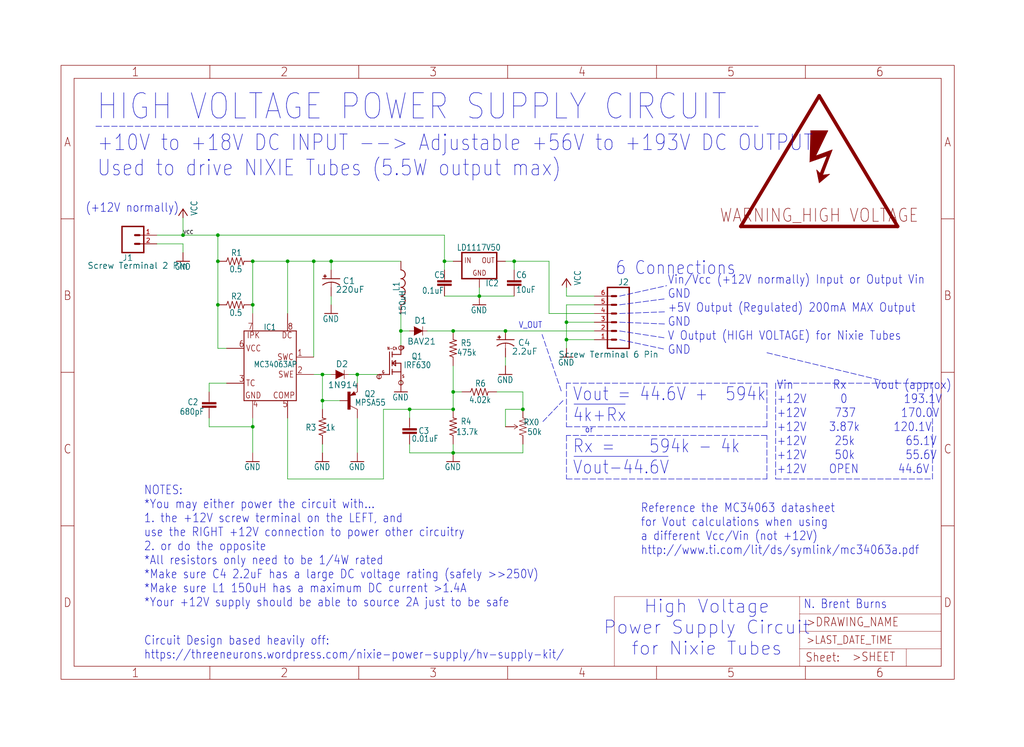
<source format=kicad_sch>
(kicad_sch (version 20211123) (generator eeschema)
  (paper "User" 298.45 217.881)
  (lib_symbols
    (symbol "Nixie_v1_HV_Supply-eagle-import:1000UF-RADIAL-5MM-25V-20%"
      (property "Reference" "C" (at 1.016 0.635 0))
      (property "Value" "1000UF-RADIAL-5MM-25V-20%" (at 1.016 -4.191 0))
      (symbol "1000UF-RADIAL-5MM-25V-20%_1_0"
        (rectangle (start -2.253 0.668) (end -1.364 0.795) (fill (type outline)))
        (rectangle (start -1.872 0.287) (end -1.745 1.176) (fill (type outline)))
        (arc (start 0 -1.0161) (mid -1.3021 -1.2302) (end -2.4669 -1.8504) (stroke (width 0.254)))
        (polyline (pts (xy -2.54 0) (xy 2.54 0)) (stroke (width 0.254)))
        (polyline (pts (xy 0 -1.016) (xy 0 -2.54)) (stroke (width 0.1524)))
        (arc (start 2.4892 -1.8542) (mid 1.3158 -1.2195) (end 0 -1) (stroke (width 0.254)))
        (pin passive line (at 0 2.54 270) (length 2.54) (name "+") (number "+"))
        (pin passive line (at 0 -5.08 90) (length 2.54) (name "-") (number "-"))
      )
    )
    (symbol "Nixie_v1_HV_Supply-eagle-import:100UF-POLAR-RADIAL-2.5MM-25V-20%"
      (property "Reference" "C" (at 1.016 0.635 0))
      (property "Value" "100UF-POLAR-RADIAL-2.5MM-25V-20%" (at 1.016 -4.191 0))
      (symbol "100UF-POLAR-RADIAL-2.5MM-25V-20%_1_0"
        (rectangle (start -2.253 0.668) (end -1.364 0.795) (fill (type outline)))
        (rectangle (start -1.872 0.287) (end -1.745 1.176) (fill (type outline)))
        (arc (start 0 -1.0161) (mid -1.3021 -1.2302) (end -2.4669 -1.8504) (stroke (width 0.254)))
        (polyline (pts (xy -2.54 0) (xy 2.54 0)) (stroke (width 0.254)))
        (polyline (pts (xy 0 -1.016) (xy 0 -2.54)) (stroke (width 0.1524)))
        (arc (start 2.4892 -1.8542) (mid 1.3158 -1.2195) (end 0 -1) (stroke (width 0.254)))
        (pin passive line (at 0 2.54 270) (length 2.54) (name "+") (number "1"))
        (pin passive line (at 0 -5.08 90) (length 2.54) (name "-") (number "2"))
      )
    )
    (symbol "Nixie_v1_HV_Supply-eagle-import:A4L-LOC"
      (symbol "A4L-LOC_1_0"
        (polyline (pts (xy 0 44.7675) (xy 3.81 44.7675)))
        (polyline (pts (xy 0 89.535) (xy 3.81 89.535)))
        (polyline (pts (xy 0 134.3025) (xy 3.81 134.3025)))
        (polyline (pts (xy 3.81 3.81) (xy 3.81 175.26)))
        (polyline (pts (xy 43.3917 0) (xy 43.3917 3.81)))
        (polyline (pts (xy 43.3917 175.26) (xy 43.3917 179.07)))
        (polyline (pts (xy 86.7833 0) (xy 86.7833 3.81)))
        (polyline (pts (xy 86.7833 175.26) (xy 86.7833 179.07)))
        (polyline (pts (xy 130.175 0) (xy 130.175 3.81)))
        (polyline (pts (xy 130.175 175.26) (xy 130.175 179.07)))
        (polyline (pts (xy 161.29 3.81) (xy 161.29 24.13)) (stroke (width 0.1016)))
        (polyline (pts (xy 161.29 24.13) (xy 215.265 24.13)) (stroke (width 0.1016)))
        (polyline (pts (xy 173.5667 0) (xy 173.5667 3.81)))
        (polyline (pts (xy 173.5667 175.26) (xy 173.5667 179.07)))
        (polyline (pts (xy 215.265 8.89) (xy 215.265 3.81)) (stroke (width 0.1016)))
        (polyline (pts (xy 215.265 8.89) (xy 215.265 13.97)) (stroke (width 0.1016)))
        (polyline (pts (xy 215.265 13.97) (xy 215.265 19.05)) (stroke (width 0.1016)))
        (polyline (pts (xy 215.265 13.97) (xy 256.54 13.97)) (stroke (width 0.1016)))
        (polyline (pts (xy 215.265 19.05) (xy 215.265 24.13)) (stroke (width 0.1016)))
        (polyline (pts (xy 215.265 19.05) (xy 256.54 19.05)) (stroke (width 0.1016)))
        (polyline (pts (xy 215.265 24.13) (xy 256.54 24.13)) (stroke (width 0.1016)))
        (polyline (pts (xy 216.9583 0) (xy 216.9583 3.81)))
        (polyline (pts (xy 216.9583 175.26) (xy 216.9583 179.07)))
        (polyline (pts (xy 246.38 3.81) (xy 246.38 8.89)) (stroke (width 0.1016)))
        (polyline (pts (xy 246.38 8.89) (xy 215.265 8.89)) (stroke (width 0.1016)))
        (polyline (pts (xy 246.38 8.89) (xy 256.54 8.89)) (stroke (width 0.1016)))
        (polyline (pts (xy 256.54 3.81) (xy 3.81 3.81)))
        (polyline (pts (xy 256.54 3.81) (xy 256.54 8.89)) (stroke (width 0.1016)))
        (polyline (pts (xy 256.54 3.81) (xy 256.54 175.26)))
        (polyline (pts (xy 256.54 8.89) (xy 256.54 13.97)) (stroke (width 0.1016)))
        (polyline (pts (xy 256.54 13.97) (xy 256.54 19.05)) (stroke (width 0.1016)))
        (polyline (pts (xy 256.54 19.05) (xy 256.54 24.13)) (stroke (width 0.1016)))
        (polyline (pts (xy 256.54 44.7675) (xy 260.35 44.7675)))
        (polyline (pts (xy 256.54 89.535) (xy 260.35 89.535)))
        (polyline (pts (xy 256.54 134.3025) (xy 260.35 134.3025)))
        (polyline (pts (xy 256.54 175.26) (xy 3.81 175.26)))
        (polyline (pts (xy 0 0) (xy 260.35 0) (xy 260.35 179.07) (xy 0 179.07) (xy 0 0)))
        (text "1" (at 21.6958 1.905 0) (effects (font (size 2.54 2.286))))
        (text "1" (at 21.6958 177.165 0) (effects (font (size 2.54 2.286))))
        (text "2" (at 65.0875 1.905 0) (effects (font (size 2.54 2.286))))
        (text "2" (at 65.0875 177.165 0) (effects (font (size 2.54 2.286))))
        (text "3" (at 108.4792 1.905 0) (effects (font (size 2.54 2.286))))
        (text "3" (at 108.4792 177.165 0) (effects (font (size 2.54 2.286))))
        (text "4" (at 151.8708 1.905 0) (effects (font (size 2.54 2.286))))
        (text "4" (at 151.8708 177.165 0) (effects (font (size 2.54 2.286))))
        (text "5" (at 195.2625 1.905 0) (effects (font (size 2.54 2.286))))
        (text "5" (at 195.2625 177.165 0) (effects (font (size 2.54 2.286))))
        (text "6" (at 238.6542 1.905 0) (effects (font (size 2.54 2.286))))
        (text "6" (at 238.6542 177.165 0) (effects (font (size 2.54 2.286))))
        (text ">DRAWING_NAME" (at 217.17 15.24 0) (effects (font (size 2.54 2.159)) (justify left bottom)))
        (text ">LAST_DATE_TIME" (at 217.17 10.16 0) (effects (font (size 2.286 1.9431)) (justify left bottom)))
        (text ">SHEET" (at 230.505 5.08 0) (effects (font (size 2.54 2.159)) (justify left bottom)))
        (text "A" (at 1.905 156.6863 0) (effects (font (size 2.54 2.286))))
        (text "A" (at 258.445 156.6863 0) (effects (font (size 2.54 2.286))))
        (text "B" (at 1.905 111.9188 0) (effects (font (size 2.54 2.286))))
        (text "B" (at 258.445 111.9188 0) (effects (font (size 2.54 2.286))))
        (text "C" (at 1.905 67.1513 0) (effects (font (size 2.54 2.286))))
        (text "C" (at 258.445 67.1513 0) (effects (font (size 2.54 2.286))))
        (text "D" (at 1.905 22.3838 0) (effects (font (size 2.54 2.286))))
        (text "D" (at 258.445 22.3838 0) (effects (font (size 2.54 2.286))))
        (text "Sheet:" (at 216.916 4.953 0) (effects (font (size 2.54 2.159)) (justify left bottom)))
      )
    )
    (symbol "Nixie_v1_HV_Supply-eagle-import:C2.5{slash}2"
      (property "Reference" "C" (at 1.524 0.381 0))
      (property "Value" "C2.5{slash}2" (at 1.524 -4.699 0))
      (symbol "C2.5{slash}2_1_0"
        (rectangle (start -2.032 -2.032) (end 2.032 -1.524) (fill (type outline)))
        (rectangle (start -2.032 -1.016) (end 2.032 -0.508) (fill (type outline)))
        (polyline (pts (xy 0 -2.54) (xy 0 -2.032)) (stroke (width 0.1524)))
        (polyline (pts (xy 0 0) (xy 0 -0.508)) (stroke (width 0.1524)))
        (pin passive line (at 0 2.54 270) (length 2.54) (name "1") (number "1"))
        (pin passive line (at 0 -5.08 90) (length 2.54) (name "2") (number "2"))
      )
    )
    (symbol "Nixie_v1_HV_Supply-eagle-import:CONNECTOR_2PINSCREW_TERMINAL_5MMPITCH_1X2"
      (property "Value" "CONNECTOR_2PINSCREW_TERMINAL_5MMPITCH_1X2" (at -2.54 -4.826 0))
      (symbol "CONNECTOR_2PINSCREW_TERMINAL_5MMPITCH_1X2_1_0"
        (polyline (pts (xy -2.54 5.08) (xy -2.54 -2.54)) (stroke (width 0.4064)))
        (polyline (pts (xy -2.54 5.08) (xy 3.81 5.08)) (stroke (width 0.4064)))
        (polyline (pts (xy 1.27 0) (xy 2.54 0)) (stroke (width 0.6096)))
        (polyline (pts (xy 1.27 2.54) (xy 2.54 2.54)) (stroke (width 0.6096)))
        (polyline (pts (xy 3.81 -2.54) (xy -2.54 -2.54)) (stroke (width 0.4064)))
        (polyline (pts (xy 3.81 -2.54) (xy 3.81 5.08)) (stroke (width 0.4064)))
        (pin passive line (at 7.62 0 180) (length 5.08) (name "1") (number "1"))
        (pin passive line (at 7.62 2.54 180) (length 5.08) (name "2") (number "2"))
      )
    )
    (symbol "Nixie_v1_HV_Supply-eagle-import:CONNECTOR_6PINSCREW_TERMINAL_5MM_PITCH"
      (property "Value" "CONNECTOR_6PINSCREW_TERMINAL_5MM_PITCH" (at -5.08 -9.906 0))
      (symbol "CONNECTOR_6PINSCREW_TERMINAL_5MM_PITCH_1_0"
        (polyline (pts (xy -5.08 10.16) (xy -5.08 -7.62)) (stroke (width 0.4064)))
        (polyline (pts (xy -5.08 10.16) (xy 1.27 10.16)) (stroke (width 0.4064)))
        (polyline (pts (xy -1.27 -5.08) (xy 0 -5.08)) (stroke (width 0.6096)))
        (polyline (pts (xy -1.27 -2.54) (xy 0 -2.54)) (stroke (width 0.6096)))
        (polyline (pts (xy -1.27 0) (xy 0 0)) (stroke (width 0.6096)))
        (polyline (pts (xy -1.27 2.54) (xy 0 2.54)) (stroke (width 0.6096)))
        (polyline (pts (xy -1.27 5.08) (xy 0 5.08)) (stroke (width 0.6096)))
        (polyline (pts (xy -1.27 7.62) (xy 0 7.62)) (stroke (width 0.6096)))
        (polyline (pts (xy 1.27 -7.62) (xy -5.08 -7.62)) (stroke (width 0.4064)))
        (polyline (pts (xy 1.27 -7.62) (xy 1.27 10.16)) (stroke (width 0.4064)))
        (pin passive line (at 5.08 -5.08 180) (length 5.08) (name "1") (number "1"))
        (pin passive line (at 5.08 -2.54 180) (length 5.08) (name "2") (number "2"))
        (pin passive line (at 5.08 0 180) (length 5.08) (name "3") (number "3"))
        (pin passive line (at 5.08 2.54 180) (length 5.08) (name "4") (number "4"))
        (pin passive line (at 5.08 5.08 180) (length 5.08) (name "5") (number "5"))
        (pin passive line (at 5.08 7.62 180) (length 5.08) (name "6") (number "6"))
      )
    )
    (symbol "Nixie_v1_HV_Supply-eagle-import:DIODE-1N4148"
      (property "Reference" "D" (at -2.54 2.032 0))
      (property "Value" "DIODE-1N4148" (at -2.54 -2.032 0))
      (symbol "DIODE-1N4148_1_0"
        (polyline (pts (xy -2.54 0) (xy -1.27 0)) (stroke (width 0.1524)))
        (polyline (pts (xy 1.27 0) (xy 1.27 -1.27)) (stroke (width 0.1524)))
        (polyline (pts (xy 1.27 1.27) (xy 1.27 0)) (stroke (width 0.1524)))
        (polyline (pts (xy 2.54 0) (xy 1.27 0)) (stroke (width 0.1524)))
        (polyline (pts (xy -1.27 1.27) (xy 1.27 0) (xy -1.27 -1.27)) (fill (type outline)))
        (pin passive line (at -2.54 0 0) (length 0) (name "A") (number "A"))
        (pin passive line (at 2.54 0 180) (length 0) (name "C") (number "C"))
      )
    )
    (symbol "Nixie_v1_HV_Supply-eagle-import:GND" (power)
      (property "Value" "GND" (at -2.54 -2.54 0))
      (symbol "GND_1_0"
        (polyline (pts (xy -1.905 0) (xy 1.905 0)) (stroke (width 0.254)))
        (pin power_in line (at 0 2.54 270) (length 2.54) (name "GND") (number "1"))
      )
    )
    (symbol "Nixie_v1_HV_Supply-eagle-import:INDUCTOR_150UH_6100-151K-RC"
      (property "Value" "INDUCTOR_150UH_6100-151K-RC" (at 3.81 -5.08 90))
      (symbol "INDUCTOR_150UH_6100-151K-RC_1_0"
        (arc (start 0 -5.08) (mid 0.898 -4.708) (end 1.27 -3.81) (stroke (width 0.254)))
        (arc (start 0 -2.54) (mid 0.898 -2.168) (end 1.27 -1.27) (stroke (width 0.254)))
        (arc (start 0 0) (mid 0.898 0.372) (end 1.27 1.27) (stroke (width 0.254)))
        (arc (start 0 2.54) (mid 0.898 2.912) (end 1.27 3.81) (stroke (width 0.254)))
        (arc (start 1.27 -3.81) (mid 0.898 -2.912) (end 0 -2.54) (stroke (width 0.254)))
        (arc (start 1.27 -1.27) (mid 0.898 -0.372) (end 0 0) (stroke (width 0.254)))
        (arc (start 1.27 1.27) (mid 0.898 2.168) (end 0 2.54) (stroke (width 0.254)))
        (arc (start 1.27 3.81) (mid 0.898 4.708) (end 0 5.08) (stroke (width 0.254)))
        (pin passive line (at 0 7.62 270) (length 2.54) (name "1") (number "1"))
        (pin passive line (at 0 -7.62 90) (length 2.54) (name "2") (number "2"))
      )
    )
    (symbol "Nixie_v1_HV_Supply-eagle-import:IRF630"
      (property "Value" "IRF630" (at 5.08 -2.54 0))
      (symbol "IRF630_1_0"
        (polyline (pts (xy -0.762 -3.302) (xy -3.81 -3.302)) (stroke (width 0.254)))
        (polyline (pts (xy -0.762 3.302) (xy -0.762 -3.302)) (stroke (width 0.254)))
        (polyline (pts (xy 0 -2.54) (xy 0 -3.302)) (stroke (width 0.254)))
        (polyline (pts (xy 0 -2.54) (xy 2.54 -2.54)) (stroke (width 0.254)))
        (polyline (pts (xy 0 -1.778) (xy 0 -2.54)) (stroke (width 0.254)))
        (polyline (pts (xy 0 0) (xy 0 -0.762)) (stroke (width 0.254)))
        (polyline (pts (xy 0 0) (xy 1.016 -0.762)) (stroke (width 0.254)))
        (polyline (pts (xy 0 0) (xy 1.016 0.762)) (stroke (width 0.254)))
        (polyline (pts (xy 0 0) (xy 2.54 0)) (stroke (width 0.254)))
        (polyline (pts (xy 0 0.762) (xy 0 0)) (stroke (width 0.254)))
        (polyline (pts (xy 0 2.54) (xy 0 1.778)) (stroke (width 0.254)))
        (polyline (pts (xy 0 2.54) (xy 2.54 2.54)) (stroke (width 0.254)))
        (polyline (pts (xy 0 3.302) (xy 0 2.54)) (stroke (width 0.254)))
        (polyline (pts (xy 1.016 0.762) (xy 1.016 -0.762)) (stroke (width 0.254)))
        (polyline (pts (xy 2.54 -2.54) (xy 2.54 -5.08)) (stroke (width 0.254)))
        (polyline (pts (xy 2.54 -2.54) (xy 2.54 0)) (stroke (width 0.254)))
        (polyline (pts (xy 2.54 2.54) (xy 2.54 5.08)) (stroke (width 0.254)))
        (text "D" (at 2.794 4.064 0) (effects (font (size 0.8128 0.6908)) (justify left bottom)))
        (text "G" (at -3.048 -3.048 0) (effects (font (size 0.8128 0.6908)) (justify left bottom)))
        (text "N-Ch" (at -1.524 3.81 0) (effects (font (size 0.8128 0.6908)) (justify left bottom)))
        (text "S" (at 2.794 -4.318 0) (effects (font (size 0.8128 0.6908)) (justify left bottom)))
        (pin bidirectional inverted (at -3.81 -3.302 90) (length 0) (name "GATE") (number "1"))
        (pin bidirectional inverted (at 2.54 5.08 90) (length 0) (name "DRAIN") (number "2"))
        (pin bidirectional inverted (at 2.54 -5.08 90) (length 0) (name "SOURCE") (number "3"))
      )
    )
    (symbol "Nixie_v1_HV_Supply-eagle-import:MC34063AP"
      (property "Value" "MC34063AP" (at -7.366 -1.016 0))
      (symbol "MC34063AP_1_0"
        (polyline (pts (xy -7.62 -10.16) (xy -7.62 10.16)) (stroke (width 0.254)))
        (polyline (pts (xy -7.62 10.16) (xy 7.62 10.16)) (stroke (width 0.254)))
        (polyline (pts (xy 7.62 -10.16) (xy -7.62 -10.16)) (stroke (width 0.254)))
        (polyline (pts (xy 7.62 10.16) (xy 7.62 -10.16)) (stroke (width 0.254)))
        (text "1" (at 7.874 2.794 0) (effects (font (size 1.778 1.5113)) (justify left bottom)))
        (text "2" (at 7.874 -2.286 0) (effects (font (size 1.778 1.5113)) (justify left bottom)))
        (text "3" (at -9.144 -4.826 0) (effects (font (size 1.778 1.5113)) (justify left bottom)))
        (text "4" (at -5.08 -12.192 0) (effects (font (size 1.778 1.5113)) (justify left bottom)))
        (text "5" (at 3.556 -12.192 0) (effects (font (size 1.778 1.5113)) (justify left bottom)))
        (text "6" (at -9.144 5.334 0) (effects (font (size 1.778 1.5113)) (justify left bottom)))
        (text "7" (at -6.604 10.414 0) (effects (font (size 1.778 1.5113)) (justify left bottom)))
        (text "8" (at 5.08 10.414 0) (effects (font (size 1.778 1.5113)) (justify left bottom)))
        (text "COMP" (at 0.762 -9.652 0) (effects (font (size 1.778 1.5113)) (justify left bottom)))
        (text "DC" (at 3.302 7.874 0) (effects (font (size 1.778 1.5113)) (justify left bottom)))
        (text "GND" (at -7.366 -9.652 0) (effects (font (size 1.778 1.5113)) (justify left bottom)))
        (text "IPK" (at -6.858 7.874 0) (effects (font (size 1.778 1.5113)) (justify left bottom)))
        (text "SWC" (at 2.032 1.524 0) (effects (font (size 1.778 1.5113)) (justify left bottom)))
        (text "SWE" (at 2.286 -3.556 0) (effects (font (size 1.778 1.5113)) (justify left bottom)))
        (text "TC" (at -7.112 -6.096 0) (effects (font (size 1.778 1.5113)) (justify left bottom)))
        (text "VCC" (at -7.112 4.064 0) (effects (font (size 1.778 1.5113)) (justify left bottom)))
        (pin input line (at 12.7 2.54 180) (length 5.08) (name "SWC") (number "1"))
        (pin input line (at 12.7 -2.54 180) (length 5.08) (name "SWE") (number "2"))
        (pin input line (at -12.7 -5.08 0) (length 5.08) (name "TC") (number "3"))
        (pin power_in line (at -5.08 -15.24 90) (length 5.08) (name "GND") (number "4"))
        (pin input line (at 5.08 -15.24 90) (length 5.08) (name "COMP") (number "5"))
        (pin power_in line (at -12.7 5.08 0) (length 5.08) (name "VCC") (number "6"))
        (pin bidirectional line (at -5.08 15.24 270) (length 5.08) (name "IPK") (number "7"))
        (pin input line (at 5.08 15.24 270) (length 5.08) (name "DC") (number "8"))
      )
    )
    (symbol "Nixie_v1_HV_Supply-eagle-import:MPSA55"
      (property "Value" "MPSA55" (at -10.16 5.08 0))
      (symbol "MPSA55_1_0"
        (rectangle (start -0.254 -2.54) (end 0.508 2.54) (fill (type outline)))
        (polyline (pts (xy 0.516 1.478) (xy 2.086 1.678)) (stroke (width 0.1524)))
        (polyline (pts (xy 0.762 1.651) (xy 1.778 1.778)) (stroke (width 0.254)))
        (polyline (pts (xy 1.143 1.905) (xy 1.524 1.905)) (stroke (width 0.254)))
        (polyline (pts (xy 1.524 2.159) (xy 1.143 1.905)) (stroke (width 0.254)))
        (polyline (pts (xy 1.524 2.413) (xy 0.762 1.651)) (stroke (width 0.254)))
        (polyline (pts (xy 1.578 2.594) (xy 0.516 1.478)) (stroke (width 0.1524)))
        (polyline (pts (xy 1.778 1.778) (xy 1.524 2.159)) (stroke (width 0.254)))
        (polyline (pts (xy 1.905 1.778) (xy 1.524 2.413)) (stroke (width 0.254)))
        (polyline (pts (xy 2.086 1.678) (xy 1.578 2.594)) (stroke (width 0.1524)))
        (polyline (pts (xy 2.54 -2.54) (xy 0.508 -1.524)) (stroke (width 0.1524)))
        (polyline (pts (xy 2.54 2.54) (xy 1.808 2.124)) (stroke (width 0.1524)))
        (pin passive line (at 2.54 5.08 270) (length 2.54) (name "E") (number "1"))
        (pin passive line (at -2.54 0 0) (length 2.54) (name "B") (number "2"))
        (pin passive line (at 2.54 -5.08 90) (length 2.54) (name "C") (number "3"))
      )
    )
    (symbol "Nixie_v1_HV_Supply-eagle-import:R-US_0204{slash}7"
      (property "Reference" "R" (at -3.81 1.4986 0))
      (property "Value" "R-US_0204{slash}7" (at -3.81 -3.302 0))
      (symbol "R-US_0204{slash}7_1_0"
        (polyline (pts (xy -2.54 0) (xy -2.159 1.016)) (stroke (width 0.2032)))
        (polyline (pts (xy -2.159 1.016) (xy -1.524 -1.016)) (stroke (width 0.2032)))
        (polyline (pts (xy -1.524 -1.016) (xy -0.889 1.016)) (stroke (width 0.2032)))
        (polyline (pts (xy -0.889 1.016) (xy -0.254 -1.016)) (stroke (width 0.2032)))
        (polyline (pts (xy -0.254 -1.016) (xy 0.381 1.016)) (stroke (width 0.2032)))
        (polyline (pts (xy 0.381 1.016) (xy 1.016 -1.016)) (stroke (width 0.2032)))
        (polyline (pts (xy 1.016 -1.016) (xy 1.651 1.016)) (stroke (width 0.2032)))
        (polyline (pts (xy 1.651 1.016) (xy 2.286 -1.016)) (stroke (width 0.2032)))
        (polyline (pts (xy 2.286 -1.016) (xy 2.54 0)) (stroke (width 0.2032)))
        (pin passive line (at -5.08 0 0) (length 2.54) (name "1") (number "1"))
        (pin passive line (at 5.08 0 180) (length 2.54) (name "2") (number "2"))
      )
    )
    (symbol "Nixie_v1_HV_Supply-eagle-import:SYMBOL_HIGH_VOLTAGE"
      (symbol "SYMBOL_HIGH_VOLTAGE_1_0"
        (polyline (pts (xy -22.86 -12.7) (xy 0 25.4)) (stroke (width 1.016)))
        (polyline (pts (xy -22.86 -12.7) (xy 22.86 -12.7)) (stroke (width 1.016)))
        (polyline (pts (xy 0 25.4) (xy 22.86 -12.7)) (stroke (width 1.016)))
        (polyline (pts (xy -2.54 15.24) (xy 2.54 15.24) (xy -1.016 7.874) (xy 3.81 9.652) (xy 1.016 2.286) (xy 3.048 2.54) (xy 0 0) (xy -0.762 3.81) (xy 0.254 2.794) (xy 2.286 7.874) (xy -2.794 6.096)) (fill (type outline)))
        (text "WARNING_HIGH VOLTAGE" (at 0 -11.684 0) (effects (font (size 3.81 3.2385)) (justify bottom)))
      )
    )
    (symbol "Nixie_v1_HV_Supply-eagle-import:TRIMPOT"
      (property "Value" "TRIMPOT" (at -3.81 -3.302 0))
      (symbol "TRIMPOT_1_0"
        (polyline (pts (xy -2.54 0) (xy -2.159 1.016)) (stroke (width 0.1524)))
        (polyline (pts (xy -2.159 1.016) (xy -1.524 -1.016)) (stroke (width 0.1524)))
        (polyline (pts (xy -1.524 -1.016) (xy -0.889 1.016)) (stroke (width 0.1524)))
        (polyline (pts (xy -0.889 1.016) (xy -0.254 -1.016)) (stroke (width 0.1524)))
        (polyline (pts (xy -0.635 2.54) (xy 0 1.524)) (stroke (width 0.1524)))
        (polyline (pts (xy -0.254 -1.016) (xy 0.381 1.016)) (stroke (width 0.1524)))
        (polyline (pts (xy 0 1.524) (xy 0.635 2.54)) (stroke (width 0.1524)))
        (polyline (pts (xy 0 2.54) (xy 0 1.524)) (stroke (width 0.1524)))
        (polyline (pts (xy 0.381 1.016) (xy 1.016 -1.016)) (stroke (width 0.1524)))
        (polyline (pts (xy 1.016 -1.016) (xy 1.651 1.016)) (stroke (width 0.1524)))
        (polyline (pts (xy 1.651 1.016) (xy 2.286 -1.016)) (stroke (width 0.1524)))
        (polyline (pts (xy 2.286 -1.016) (xy 2.54 0)) (stroke (width 0.1524)))
        (pin passive line (at -5.08 0 0) (length 2.54) (name "CCW") (number "1"))
        (pin passive line (at 0 5.08 270) (length 2.54) (name "WIPER") (number "2"))
        (pin passive line (at 5.08 0 180) (length 2.54) (name "CW") (number "3"))
      )
    )
    (symbol "Nixie_v1_HV_Supply-eagle-import:VCC" (power)
      (property "Value" "VCC" (at -2.54 -2.54 90))
      (symbol "VCC_1_0"
        (polyline (pts (xy 0 0) (xy -1.27 -1.905)) (stroke (width 0.254)))
        (polyline (pts (xy 1.27 -1.905) (xy 0 0)) (stroke (width 0.254)))
        (pin power_in line (at 0 -2.54 90) (length 2.54) (name "VCC") (number "1"))
      )
    )
    (symbol "Nixie_v1_HV_Supply-eagle-import:V_REG_LD1117V50"
      (property "Value" "V_REG_LD1117V50" (at 2.54 -10.16 0))
      (symbol "V_REG_LD1117V50_1_0"
        (polyline (pts (xy -5.08 -5.08) (xy 5.08 -5.08)) (stroke (width 0.4064)))
        (polyline (pts (xy -5.08 2.54) (xy -5.08 -5.08)) (stroke (width 0.4064)))
        (polyline (pts (xy 5.08 -5.08) (xy 5.08 2.54)) (stroke (width 0.4064)))
        (polyline (pts (xy 5.08 2.54) (xy -5.08 2.54)) (stroke (width 0.4064)))
        (text "GND" (at -2.032 -4.318 0) (effects (font (size 1.524 1.2954)) (justify left bottom)))
        (text "IN" (at -4.445 -0.635 0) (effects (font (size 1.524 1.2954)) (justify left bottom)))
        (text "OUT" (at 0.635 -0.635 0) (effects (font (size 1.524 1.2954)) (justify left bottom)))
        (pin input line (at 0 -7.62 90) (length 2.54) (name "GND") (number "1"))
        (pin passive line (at 7.62 0 180) (length 2.54) (name "OUT") (number "2"))
        (pin input line (at -7.62 0 0) (length 2.54) (name "IN") (number "3"))
      )
    )
  )
  (junction (at 73.66 124.46))
  (junction (at 73.66 88.9))
  (junction (at 91.44 76.2))
  (junction (at 132.08 96.52))
  (junction (at 147.32 96.52))
  (junction (at 96.52 76.2))
  (junction (at 83.82 76.2))
  (junction (at 149.86 76.2))
  (junction (at 93.98 109.22))
  (junction (at 53.34 68.58))
  (junction (at 104.14 109.22))
  (junction (at 63.5 68.58))
  (junction (at 129.54 76.2))
  (junction (at 63.5 76.2))
  (junction (at 132.08 132.08))
  (junction (at 165.1 99.06))
  (junction (at 116.84 96.52))
  (junction (at 93.98 116.84))
  (junction (at 119.38 119.38))
  (junction (at 152.4 119.38))
  (junction (at 132.08 119.38))
  (junction (at 165.1 93.98))
  (junction (at 73.66 76.2))
  (junction (at 63.5 88.9))
  (junction (at 132.08 114.3))
  (junction (at 139.7 86.36))
  (polyline (pts (xy 226.06 139.7) (xy 271.78 139.7)))
  (wire (pts (xy 104.14 111.76) (xy 104.14 109.22)))
  (polyline (pts (xy 165.1 127) (xy 165.1 139.7)))
  (wire (pts (xy 116.84 111.76) (xy 116.84 110.998)))
  (polyline (pts (xy 271.78 111.76) (xy 226.06 111.76)))
  (polyline (pts (xy 223.52 124.46) (xy 223.52 111.76)))
  (wire (pts (xy 83.82 139.7) (xy 83.82 121.92)))
  (polyline (pts (xy 163.576 114.046) (xy 157.988 97.536)))
  (wire (pts (xy 129.54 76.2) (xy 132.08 76.2)))
  (wire (pts (xy 63.5 101.6) (xy 66.04 101.6)))
  (wire (pts (xy 134.62 114.3) (xy 132.08 114.3)))
  (wire (pts (xy 73.66 76.2) (xy 83.82 76.2)))
  (polyline (pts (xy 165.1 124.46) (xy 223.52 124.46)))
  (wire (pts (xy 83.82 76.2) (xy 91.44 76.2)))
  (wire (pts (xy 111.76 139.7) (xy 83.82 139.7)))
  (wire (pts (xy 152.4 129.54) (xy 152.4 132.08)))
  (polyline (pts (xy 180.594 88.9) (xy 194.056 87.122)))
  (wire (pts (xy 96.52 88.9) (xy 96.52 86.36)))
  (polyline (pts (xy 223.52 139.7) (xy 223.52 127)))
  (wire (pts (xy 119.38 132.08) (xy 132.08 132.08)))
  (wire (pts (xy 96.52 76.2) (xy 116.84 76.2)))
  (wire (pts (xy 132.08 129.54) (xy 132.08 132.08)))
  (wire (pts (xy 73.66 88.9) (xy 73.66 76.2)))
  (wire (pts (xy 149.86 76.2) (xy 160.02 76.2)))
  (wire (pts (xy 129.54 86.36) (xy 139.7 86.36)))
  (wire (pts (xy 132.08 114.3) (xy 132.08 106.68)))
  (polyline (pts (xy 271.78 139.7) (xy 271.78 111.76)))
  (wire (pts (xy 73.66 132.08) (xy 73.66 124.46)))
  (wire (pts (xy 73.66 124.46) (xy 73.66 121.92)))
  (wire (pts (xy 173.228 99.06) (xy 165.1 99.06)))
  (polyline (pts (xy 165.1 139.7) (xy 223.52 139.7)))
  (wire (pts (xy 93.98 116.84) (xy 93.98 109.22)))
  (wire (pts (xy 91.44 109.22) (xy 93.98 109.22)))
  (wire (pts (xy 119.38 121.92) (xy 119.38 119.38)))
  (wire (pts (xy 147.32 106.68) (xy 147.32 104.14)))
  (wire (pts (xy 73.66 91.44) (xy 73.66 88.9)))
  (wire (pts (xy 63.5 68.58) (xy 63.5 76.2)))
  (wire (pts (xy 91.44 76.2) (xy 96.52 76.2)))
  (wire (pts (xy 91.44 104.14) (xy 91.44 76.2)))
  (wire (pts (xy 129.54 68.58) (xy 129.54 76.2)))
  (wire (pts (xy 53.34 68.58) (xy 53.34 63.5)))
  (wire (pts (xy 119.38 96.52) (xy 116.84 96.52)))
  (wire (pts (xy 60.96 111.76) (xy 66.04 111.76)))
  (wire (pts (xy 83.82 76.2) (xy 83.82 91.44)))
  (wire (pts (xy 63.5 68.58) (xy 129.54 68.58)))
  (wire (pts (xy 173.228 86.36) (xy 165.1 86.36)))
  (wire (pts (xy 119.38 119.38) (xy 111.76 119.38)))
  (polyline (pts (xy 165.1 111.76) (xy 165.1 124.46)))
  (wire (pts (xy 53.34 71.12) (xy 53.34 73.66)))
  (wire (pts (xy 147.32 76.2) (xy 149.86 76.2)))
  (wire (pts (xy 173.228 88.9) (xy 165.1 88.9)))
  (wire (pts (xy 96.52 78.74) (xy 96.52 76.2)))
  (wire (pts (xy 116.84 96.52) (xy 116.84 100.838)))
  (polyline (pts (xy 180.594 99.06) (xy 193.802 101.854)))
  (wire (pts (xy 60.96 121.92) (xy 60.96 124.46)))
  (wire (pts (xy 101.6 109.22) (xy 104.14 109.22)))
  (polyline (pts (xy 223.52 111.76) (xy 165.1 111.76)))
  (wire (pts (xy 93.98 119.38) (xy 93.98 116.84)))
  (wire (pts (xy 93.98 109.22) (xy 96.52 109.22)))
  (polyline (pts (xy 180.594 96.52) (xy 193.802 98.552)))
  (wire (pts (xy 152.4 132.08) (xy 132.08 132.08)))
  (wire (pts (xy 104.14 109.22) (xy 110.49 109.22)))
  (wire (pts (xy 139.7 86.36) (xy 149.86 86.36)))
  (polyline (pts (xy 180.594 86.36) (xy 194.31 83.312)))
  (wire (pts (xy 144.78 114.3) (xy 152.4 114.3)))
  (wire (pts (xy 147.32 96.52) (xy 173.228 96.52)))
  (wire (pts (xy 149.86 76.2) (xy 149.86 78.74)))
  (wire (pts (xy 129.54 78.74) (xy 129.54 76.2)))
  (wire (pts (xy 63.5 88.9) (xy 63.5 101.6)))
  (wire (pts (xy 147.32 119.38) (xy 152.4 119.38)))
  (polyline (pts (xy 27.94 36.83) (xy 220.98 36.83)))
  (wire (pts (xy 132.08 119.38) (xy 132.08 114.3)))
  (wire (pts (xy 53.34 68.58) (xy 63.5 68.58)))
  (wire (pts (xy 45.72 71.12) (xy 53.34 71.12)))
  (wire (pts (xy 165.1 88.9) (xy 165.1 93.98)))
  (wire (pts (xy 60.96 124.46) (xy 73.66 124.46)))
  (wire (pts (xy 139.7 83.82) (xy 139.7 86.36)))
  (polyline (pts (xy 180.594 93.98) (xy 193.802 94.488)))
  (polyline (pts (xy 223.52 102.87) (xy 256.032 110.744)))
  (wire (pts (xy 147.32 124.46) (xy 147.32 119.38)))
  (wire (pts (xy 152.4 114.3) (xy 152.4 119.38)))
  (wire (pts (xy 124.46 96.52) (xy 132.08 96.52)))
  (wire (pts (xy 165.1 93.98) (xy 165.1 99.06)))
  (wire (pts (xy 63.5 76.2) (xy 63.5 88.9)))
  (polyline (pts (xy 180.594 91.44) (xy 194.056 90.932)))
  (polyline (pts (xy 158.242 122.936) (xy 164.084 116.84)))
  (wire (pts (xy 111.76 119.38) (xy 111.76 139.7)))
  (wire (pts (xy 104.14 132.08) (xy 104.14 121.92)))
  (wire (pts (xy 173.228 93.98) (xy 165.1 93.98)))
  (polyline (pts (xy 226.06 111.76) (xy 226.06 139.7)))
  (wire (pts (xy 165.1 86.36) (xy 165.1 83.82)))
  (polyline (pts (xy 223.52 127) (xy 165.1 127)))
  (wire (pts (xy 93.98 132.08) (xy 93.98 129.54)))
  (wire (pts (xy 116.84 96.52) (xy 116.84 91.44)))
  (wire (pts (xy 165.1 99.06) (xy 165.1 101.6)))
  (wire (pts (xy 160.02 76.2) (xy 160.02 91.44)))
  (wire (pts (xy 119.38 119.38) (xy 132.08 119.38)))
  (wire (pts (xy 60.96 114.3) (xy 60.96 111.76)))
  (wire (pts (xy 119.38 129.54) (xy 119.38 132.08)))
  (wire (pts (xy 45.72 68.58) (xy 53.34 68.58)))
  (wire (pts (xy 160.02 91.44) (xy 173.228 91.44)))
  (wire (pts (xy 99.06 116.84) (xy 93.98 116.84)))
  (wire (pts (xy 132.08 96.52) (xy 147.32 96.52)))
  (text "N. Brent Burns" (at 246.38 177.8 180) (effects (font (size 2.54 2.159)) (justify bottom)))
  (text "V_OUT" (at 151.13 96.012 180) (effects (font (size 1.778 1.5113)) (justify left bottom)))
  (text "Vin       Rx     Vout (approx)\n+12V      0          193.1V\n+12V     737        170.0V\n+12V    3.87k      120.1V\n+12V     25k         65.1V\n+12V     50k         55.6V\n+12V    OPEN       44.6V" (at 226.314 138.43 180) (effects (font (size 2.54 2.159)) (justify left bottom)))
  (text "High Voltage\nPower Supply Circuit\nfor Nixie Tubes" (at 205.994 191.516 180) (effects (font (size 3.81 3.81)) (justify bottom)))
  (text "Rx =    594k - 4k\n~{Vout-44.6V}" (at 166.878 138.684 180) (effects (font (size 3.81 3.2385)) (justify left bottom)))
  (text "Vout = 44.6V +  594k\n~{4k+Rx}" (at 166.878 123.444 180) (effects (font (size 3.81 3.2385)) (justify left bottom)))
  (text "HIGH VOLTAGE POWER SUPPLY CIRCUIT" (at 27.94 35.56 180) (effects (font (size 7.366 6.2611)) (justify left bottom)))
  (text "(+12V normally)" (at 24.892 62.23 180) (effects (font (size 2.54 2.159)) (justify left bottom)))
  (text "NOTES:\n*You may either power the circuit with...\n1. the +12V screw terminal on the LEFT, and\nuse the RIGHT +12V connection to power other circuitry\n2. or do the opposite\n*All resistors only need to be 1/4W rated\n*Make sure C4 2.2uF has a large DC voltage rating (safely >>250V)\n*Make sure L1 150uH has a maximum DC current >1.4A\n*Your +12V supply should be able to source 2A just to be safe" (at 41.91 177.292 180) (effects (font (size 2.54 2.159)) (justify left bottom)))
  (text "+10V to +18V DC INPUT --> Adjustable +56V to +193V DC OUTPUT\nUsed to drive NIXIE Tubes (5.5W output max)" (at 28.194 51.816 180) (effects (font (size 4.572 3.8862)) (justify left bottom)))
  (text "6 Connections" (at 179.324 80.518 180) (effects (font (size 3.81 3.2385)) (justify left bottom)))
  (text "Reference the MC34063 datasheet\nfor Vout calculations when using\na different Vcc/Vin (not +12V)\nhttp://www.ti.com/lit/ds/symlink/mc34063a.pdf" (at 186.69 162.052 180) (effects (font (size 2.54 2.159)) (justify left bottom)))
  (text "Circuit Design based heavily off:\nhttps://threeneurons.wordpress.com/nixie-power-supply/hv-supply-kit/" (at 41.91 192.532 180) (effects (font (size 2.54 2.159)) (justify left bottom)))
  (text "or" (at 170.434 126.492 180) (effects (font (size 1.778 1.5113)) (justify left bottom)))
  (text "Vin/Vcc (+12V normally) Input or Output Vin\nGND\n+5V Output (Regulated) 200mA MAX Output\nGND\nV Output (HIGH VOLTAGE) for Nixie Tubes\nGND" (at 194.564 103.632 180) (effects (font (size 2.54 2.159)) (justify left bottom)))
  (label "VCC" (at 53.34 68.58 0) (effects (font (size 1.016 1.016))))
  (symbol (lib_id "Nixie_v1_HV_Supply-eagle-import:A4L-LOC") (at 17.78 198.12 0) (unit 1)
    (property "Reference" "#FRAME3" (effects hide))
    (property "Value" "A4L-LOC" (effects hide))
    (property "Footprint" "Nixie_v1_HV_Supply:" (effects hide))
  )
  (symbol (lib_id "Nixie_v1_HV_Supply-eagle-import:DIODE-1N4148") (at 99.06 109.22 0) (unit 1)
    (property "Reference" "D2" (at 97.79 107.188 0) (effects (font (size 1.778 1.778)) (justify left bottom)))
    (property "Value" "1N914" (at 95.504 111.252 0) (effects (font (size 1.778 1.778)) (justify left top)))
    (property "Footprint" "Nixie_v1_HV_Supply:DIODE-1N4148" (effects hide))
  )
  (symbol (lib_id "Nixie_v1_HV_Supply-eagle-import:R-US_0204{slash}7") (at 139.7 114.3 0) (unit 1)
    (property "Reference" "R6" (at 138.43 112.8014 0) (effects (font (size 1.778 1.5113)) (justify left bottom)))
    (property "Value" "4.02k" (at 136.652 117.602 0) (effects (font (size 1.778 1.5113)) (justify left bottom)))
    (property "Footprint" "Nixie_v1_HV_Supply:0204_7" (effects hide))
  )
  (symbol (lib_id "Nixie_v1_HV_Supply-eagle-import:GND") (at 96.52 91.44 0) (unit 1)
    (property "Reference" "#GND8" (effects hide))
    (property "Value" "GND" (at 93.98 93.98 0) (effects (font (size 1.778 1.5113)) (justify left bottom)))
    (property "Footprint" "Nixie_v1_HV_Supply:" (effects hide))
  )
  (symbol (lib_id "Nixie_v1_HV_Supply-eagle-import:IRF630") (at 114.3 105.918 0) (unit 1)
    (property "Reference" "Q1" (at 119.888 104.902 0) (effects (font (size 1.778 1.5113)) (justify left bottom)))
    (property "Value" "IRF630" (at 117.602 107.442 0) (effects (font (size 1.778 1.5113)) (justify left bottom)))
    (property "Footprint" "Nixie_v1_HV_Supply:TO220V" (effects hide))
  )
  (symbol (lib_id "Nixie_v1_HV_Supply-eagle-import:C2.5{slash}2") (at 60.96 116.84 0) (unit 1)
    (property "Reference" "C2" (at 54.61 118.237 0) (effects (font (size 1.778 1.5113)) (justify left bottom)))
    (property "Value" "680pF" (at 52.324 121.031 0) (effects (font (size 1.778 1.5113)) (justify left bottom)))
    (property "Footprint" "Nixie_v1_HV_Supply:C2.5-2" (effects hide))
  )
  (symbol (lib_id "Nixie_v1_HV_Supply-eagle-import:GND") (at 165.1 104.14 0) (unit 1)
    (property "Reference" "#GND9" (effects hide))
    (property "Value" "GND" (at 162.56 106.68 0) (effects (font (size 1.778 1.5113)) (justify left bottom)))
    (property "Footprint" "Nixie_v1_HV_Supply:" (effects hide))
  )
  (symbol (lib_id "Nixie_v1_HV_Supply-eagle-import:MC34063AP") (at 78.74 106.68 0) (unit 1)
    (property "Reference" "IC1" (at 80.518 94.488 0) (effects (font (size 1.6764 1.4249)) (justify right top)))
    (property "Value" "MC34063AP" (at 73.914 107.188 0) (effects (font (size 1.6764 1.4249)) (justify left bottom)))
    (property "Footprint" "Nixie_v1_HV_Supply:DIP08" (effects hide))
  )
  (symbol (lib_id "Nixie_v1_HV_Supply-eagle-import:CONNECTOR_2PINSCREW_TERMINAL_5MMPITCH_1X2") (at 38.1 68.58 0) (mirror x) (unit 1)
    (property "Reference" "J1" (at 35.56 74.168 0) (effects (font (size 1.778 1.778)) (justify left bottom)))
    (property "Value" "Screw Terminal 2 Pin" (at 25.4 76.454 0) (effects (font (size 1.778 1.778)) (justify left bottom)))
    (property "Footprint" "Nixie_v1_HV_Supply:SCREW_TERM_5MM_1X2" (effects hide))
  )
  (symbol (lib_id "Nixie_v1_HV_Supply-eagle-import:SYMBOL_HIGH_VOLTAGE") (at 238.76 53.34 0) (unit 1)
    (property "Reference" "#U$10" (effects hide))
    (property "Value" "SYMBOL_HIGH_VOLTAGE" (effects hide))
    (property "Footprint" "Nixie_v1_HV_Supply:" (effects hide))
  )
  (symbol (lib_id "Nixie_v1_HV_Supply-eagle-import:GND") (at 93.98 134.62 0) (unit 1)
    (property "Reference" "#GND5" (effects hide))
    (property "Value" "GND" (at 91.44 137.16 0) (effects (font (size 1.778 1.5113)) (justify left bottom)))
    (property "Footprint" "Nixie_v1_HV_Supply:" (effects hide))
  )
  (symbol (lib_id "Nixie_v1_HV_Supply-eagle-import:DIODE-1N4148") (at 121.92 96.52 0) (unit 1)
    (property "Reference" "D1" (at 120.65 94.488 0) (effects (font (size 1.778 1.778)) (justify left bottom)))
    (property "Value" "BAV21" (at 118.618 98.552 0) (effects (font (size 1.778 1.778)) (justify left top)))
    (property "Footprint" "Nixie_v1_HV_Supply:DIODE-1N4148" (effects hide))
  )
  (symbol (lib_id "Nixie_v1_HV_Supply-eagle-import:GND") (at 139.7 88.9 0) (unit 1)
    (property "Reference" "#GND10" (effects hide))
    (property "Value" "GND" (at 137.16 91.44 0) (effects (font (size 1.778 1.5113)) (justify left bottom)))
    (property "Footprint" "Nixie_v1_HV_Supply:" (effects hide))
  )
  (symbol (lib_id "Nixie_v1_HV_Supply-eagle-import:R-US_0204{slash}7") (at 132.08 124.46 90) (unit 1)
    (property "Reference" "R4" (at 137.4394 121.92 90) (effects (font (size 1.778 1.5113)) (justify left bottom)))
    (property "Value" "13.7k" (at 139.446 124.968 90) (effects (font (size 1.778 1.5113)) (justify left bottom)))
    (property "Footprint" "Nixie_v1_HV_Supply:0204_7" (effects hide))
  )
  (symbol (lib_id "Nixie_v1_HV_Supply-eagle-import:GND") (at 53.34 76.2 0) (unit 1)
    (property "Reference" "#GND1" (effects hide))
    (property "Value" "GND" (at 50.8 78.74 0) (effects (font (size 1.778 1.5113)) (justify left bottom)))
    (property "Footprint" "Nixie_v1_HV_Supply:" (effects hide))
  )
  (symbol (lib_id "Nixie_v1_HV_Supply-eagle-import:GND") (at 132.08 134.62 0) (unit 1)
    (property "Reference" "#GND4" (effects hide))
    (property "Value" "GND" (at 129.54 137.16 0) (effects (font (size 1.778 1.5113)) (justify left bottom)))
    (property "Footprint" "Nixie_v1_HV_Supply:" (effects hide))
  )
  (symbol (lib_id "Nixie_v1_HV_Supply-eagle-import:R-US_0204{slash}7") (at 68.58 88.9 0) (unit 1)
    (property "Reference" "R2" (at 67.31 87.4014 0) (effects (font (size 1.778 1.5113)) (justify left bottom)))
    (property "Value" "0.5" (at 66.802 92.202 0) (effects (font (size 1.778 1.5113)) (justify left bottom)))
    (property "Footprint" "Nixie_v1_HV_Supply:0204_7" (effects hide))
  )
  (symbol (lib_id "Nixie_v1_HV_Supply-eagle-import:GND") (at 147.32 109.22 0) (unit 1)
    (property "Reference" "#GND3" (effects hide))
    (property "Value" "GND" (at 144.78 111.76 0) (effects (font (size 1.778 1.5113)) (justify left bottom)))
    (property "Footprint" "Nixie_v1_HV_Supply:" (effects hide))
  )
  (symbol (lib_id "Nixie_v1_HV_Supply-eagle-import:MPSA55") (at 101.6 116.84 0) (unit 1)
    (property "Reference" "Q2" (at 106.172 115.824 0) (effects (font (size 1.778 1.5113)) (justify left bottom)))
    (property "Value" "MPSA55" (at 103.378 118.364 0) (effects (font (size 1.778 1.5113)) (justify left bottom)))
    (property "Footprint" "Nixie_v1_HV_Supply:TO92-" (effects hide))
  )
  (symbol (lib_id "Nixie_v1_HV_Supply-eagle-import:GND") (at 73.66 134.62 0) (unit 1)
    (property "Reference" "#GND6" (effects hide))
    (property "Value" "GND" (at 71.12 137.16 0) (effects (font (size 1.778 1.5113)) (justify left bottom)))
    (property "Footprint" "Nixie_v1_HV_Supply:" (effects hide))
  )
  (symbol (lib_id "Nixie_v1_HV_Supply-eagle-import:C2.5{slash}2") (at 129.54 81.28 0) (unit 1)
    (property "Reference" "C5" (at 126.492 81.153 0) (effects (font (size 1.778 1.5113)) (justify left bottom)))
    (property "Value" "0.1uF" (at 122.936 85.725 0) (effects (font (size 1.778 1.5113)) (justify left bottom)))
    (property "Footprint" "Nixie_v1_HV_Supply:C2.5-2" (effects hide))
  )
  (symbol (lib_id "Nixie_v1_HV_Supply-eagle-import:R-US_0204{slash}7") (at 93.98 124.46 90) (unit 1)
    (property "Reference" "R3" (at 92.2274 123.698 90) (effects (font (size 1.778 1.5113)) (justify left bottom)))
    (property "Value" "1k" (at 97.79 123.698 90) (effects (font (size 1.778 1.5113)) (justify left bottom)))
    (property "Footprint" "Nixie_v1_HV_Supply:0204_7" (effects hide))
  )
  (symbol (lib_id "Nixie_v1_HV_Supply-eagle-import:VCC") (at 165.1 81.28 0) (unit 1)
    (property "Reference" "#VCC1" (effects hide))
    (property "Value" "VCC" (at 167.386 78.74 90) (effects (font (size 1.778 1.5113)) (justify right top)))
    (property "Footprint" "Nixie_v1_HV_Supply:" (effects hide))
  )
  (symbol (lib_id "Nixie_v1_HV_Supply-eagle-import:V_REG_LD1117V50") (at 139.7 76.2 0) (unit 1)
    (property "Reference" "IC2" (at 141.478 83.566 0) (effects (font (size 1.778 1.5113)) (justify left bottom)))
    (property "Value" "LD1117V50" (at 133.096 73.152 0) (effects (font (size 1.778 1.5113)) (justify left bottom)))
    (property "Footprint" "Nixie_v1_HV_Supply:TO220V" (effects hide))
  )
  (symbol (lib_id "Nixie_v1_HV_Supply-eagle-import:C2.5{slash}2") (at 149.86 81.28 0) (unit 1)
    (property "Reference" "C6" (at 150.368 81.153 0) (effects (font (size 1.778 1.5113)) (justify left bottom)))
    (property "Value" "10uF" (at 150.368 85.471 0) (effects (font (size 1.778 1.5113)) (justify left bottom)))
    (property "Footprint" "Nixie_v1_HV_Supply:C2.5-2" (effects hide))
  )
  (symbol (lib_id "Nixie_v1_HV_Supply-eagle-import:C2.5{slash}2") (at 119.38 124.46 0) (unit 1)
    (property "Reference" "C3" (at 121.92 126.619 0) (effects (font (size 1.778 1.5113)) (justify left bottom)))
    (property "Value" "0.01uF" (at 119.888 128.905 0) (effects (font (size 1.778 1.5113)) (justify left bottom)))
    (property "Footprint" "Nixie_v1_HV_Supply:C2.5-2" (effects hide))
  )
  (symbol (lib_id "Nixie_v1_HV_Supply-eagle-import:100UF-POLAR-RADIAL-2.5MM-25V-20%") (at 147.32 99.06 0) (unit 1)
    (property "Reference" "C4" (at 150.876 100.965 0) (effects (font (size 1.778 1.778)) (justify left bottom)))
    (property "Value" "2.2uF" (at 149.098 103.505 0) (effects (font (size 1.778 1.778)) (justify left bottom)))
    (property "Footprint" "Nixie_v1_HV_Supply:CPOL-RADIAL-2.5MM-6.5MM" (effects hide))
  )
  (symbol (lib_id "Nixie_v1_HV_Supply-eagle-import:INDUCTOR_150UH_6100-151K-RC") (at 116.84 83.82 0) (unit 1)
    (property "Reference" "L1" (at 114.554 82.042 90) (effects (font (size 1.778 1.5113)) (justify right top)))
    (property "Value" "150uH" (at 116.332 84.582 90) (effects (font (size 1.778 1.5113)) (justify right top)))
    (property "Footprint" "Nixie_v1_HV_Supply:INDUCTOR_11MM_DIAM_6MM_PITCH" (effects hide))
  )
  (symbol (lib_id "Nixie_v1_HV_Supply-eagle-import:VCC") (at 53.34 60.96 0) (unit 1)
    (property "Reference" "#VCC0" (effects hide))
    (property "Value" "VCC" (at 55.626 58.42 90) (effects (font (size 1.778 1.5113)) (justify right top)))
    (property "Footprint" "Nixie_v1_HV_Supply:" (effects hide))
  )
  (symbol (lib_id "Nixie_v1_HV_Supply-eagle-import:R-US_0204{slash}7") (at 68.58 76.2 0) (unit 1)
    (property "Reference" "R1" (at 67.31 74.7014 0) (effects (font (size 1.778 1.5113)) (justify left bottom)))
    (property "Value" "0.5" (at 66.802 79.502 0) (effects (font (size 1.778 1.5113)) (justify left bottom)))
    (property "Footprint" "Nixie_v1_HV_Supply:0204_7" (effects hide))
  )
  (symbol (lib_id "Nixie_v1_HV_Supply-eagle-import:TRIMPOT") (at 152.4 124.46 90) (unit 1)
    (property "Reference" "RX0" (at 157.226 122.174 90) (effects (font (size 1.778 1.5113)) (justify left bottom)))
    (property "Value" "50k" (at 157.988 124.968 90) (effects (font (size 1.778 1.5113)) (justify left bottom)))
    (property "Footprint" "Nixie_v1_HV_Supply:TRIM_POT_PTH" (effects hide))
  )
  (symbol (lib_id "Nixie_v1_HV_Supply-eagle-import:GND") (at 104.14 134.62 0) (unit 1)
    (property "Reference" "#GND7" (effects hide))
    (property "Value" "GND" (at 101.6 137.16 0) (effects (font (size 1.778 1.5113)) (justify left bottom)))
    (property "Footprint" "Nixie_v1_HV_Supply:" (effects hide))
  )
  (symbol (lib_id "Nixie_v1_HV_Supply-eagle-import:CONNECTOR_6PINSCREW_TERMINAL_5MM_PITCH") (at 178.308 93.98 0) (mirror y) (unit 1)
    (property "Reference" "J2" (at 183.388 83.312 0) (effects (font (size 1.778 1.778)) (justify left bottom)))
    (property "Value" "Screw Terminal 6 Pin" (at 192.024 104.394 0) (effects (font (size 1.778 1.778)) (justify left bottom)))
    (property "Footprint" "Nixie_v1_HV_Supply:SCREW_TERM_5MM_1X6" (effects hide))
  )
  (symbol (lib_id "Nixie_v1_HV_Supply-eagle-import:R-US_0204{slash}7") (at 132.08 101.6 90) (unit 1)
    (property "Reference" "R5" (at 137.4394 99.06 90) (effects (font (size 1.778 1.5113)) (justify left bottom)))
    (property "Value" "475k" (at 138.938 101.854 90) (effects (font (size 1.778 1.5113)) (justify left bottom)))
    (property "Footprint" "Nixie_v1_HV_Supply:0204_7" (effects hide))
  )
  (symbol (lib_id "Nixie_v1_HV_Supply-eagle-import:GND") (at 116.84 114.3 0) (unit 1)
    (property "Reference" "#GND2" (effects hide))
    (property "Value" "GND" (at 114.3 116.84 0) (effects (font (size 1.778 1.5113)) (justify left bottom)))
    (property "Footprint" "Nixie_v1_HV_Supply:" (effects hide))
  )
  (symbol (lib_id "Nixie_v1_HV_Supply-eagle-import:1000UF-RADIAL-5MM-25V-20%") (at 96.52 81.28 0) (unit 1)
    (property "Reference" "C1" (at 99.822 82.931 0) (effects (font (size 1.778 1.778)) (justify left bottom)))
    (property "Value" "220uF" (at 97.79 85.471 0) (effects (font (size 1.778 1.778)) (justify left bottom)))
    (property "Footprint" "Nixie_v1_HV_Supply:CPOL-RADIAL-5MM-10MM" (effects hide))
  )
)
</source>
